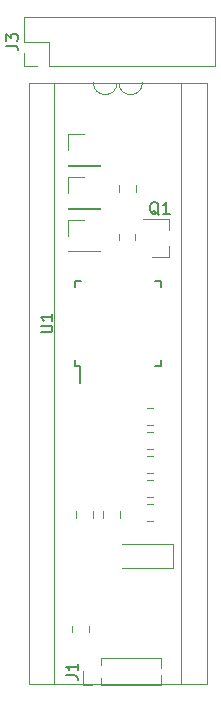
<source format=gbr>
G04 #@! TF.GenerationSoftware,KiCad,Pcbnew,(5.1.9)-1*
G04 #@! TF.CreationDate,2021-06-10T15:01:45-04:00*
G04 #@! TF.ProjectId,6526KernalSwitcherC,36353236-4b65-4726-9e61-6c5377697463,rev?*
G04 #@! TF.SameCoordinates,Original*
G04 #@! TF.FileFunction,Legend,Top*
G04 #@! TF.FilePolarity,Positive*
%FSLAX46Y46*%
G04 Gerber Fmt 4.6, Leading zero omitted, Abs format (unit mm)*
G04 Created by KiCad (PCBNEW (5.1.9)-1) date 2021-06-10 15:01:45*
%MOMM*%
%LPD*%
G01*
G04 APERTURE LIST*
%ADD10C,0.120000*%
%ADD11C,0.150000*%
G04 APERTURE END LIST*
D10*
X113140000Y-49470000D02*
X107680000Y-49470000D01*
X113140000Y-100390000D02*
X113140000Y-49470000D01*
X100220000Y-100390000D02*
X113140000Y-100390000D01*
X100220000Y-49470000D02*
X100220000Y-100390000D01*
X105680000Y-49470000D02*
X100220000Y-49470000D01*
X107680000Y-49470000D02*
G75*
G02*
X105680000Y-49470000I-1000000J0D01*
G01*
X110751252Y-82498000D02*
X110228748Y-82498000D01*
X110751252Y-81078000D02*
X110228748Y-81078000D01*
X110751252Y-79046000D02*
X110228748Y-79046000D01*
X110751252Y-80466000D02*
X110228748Y-80466000D01*
X110751252Y-78434000D02*
X110228748Y-78434000D01*
X110751252Y-77014000D02*
X110228748Y-77014000D01*
X106478000Y-85768548D02*
X106478000Y-86291052D01*
X107898000Y-85768548D02*
X107898000Y-86291052D01*
X108105000Y-90535000D02*
X112405000Y-90535000D01*
X112405000Y-90535000D02*
X112405000Y-88535000D01*
X112405000Y-88535000D02*
X108105000Y-88535000D01*
X111375500Y-100424000D02*
X111375500Y-99621530D01*
X111375500Y-99006470D02*
X111375500Y-98204000D01*
X106360500Y-100424000D02*
X111375500Y-100424000D01*
X106360500Y-98204000D02*
X111375500Y-98204000D01*
X106360500Y-100424000D02*
X106360500Y-99877471D01*
X106360500Y-98750529D02*
X106360500Y-98204000D01*
X105600500Y-100424000D02*
X104840500Y-100424000D01*
X104840500Y-100424000D02*
X104840500Y-99314000D01*
X103572000Y-57471000D02*
X104902000Y-57471000D01*
X103572000Y-58801000D02*
X103572000Y-57471000D01*
X103572000Y-60071000D02*
X106232000Y-60071000D01*
X106232000Y-60071000D02*
X106232000Y-60131000D01*
X103572000Y-60071000D02*
X103572000Y-60131000D01*
X103572000Y-60131000D02*
X106232000Y-60131000D01*
X103572000Y-56511500D02*
X106232000Y-56511500D01*
X103572000Y-56451500D02*
X103572000Y-56511500D01*
X106232000Y-56451500D02*
X106232000Y-56511500D01*
X103572000Y-56451500D02*
X106232000Y-56451500D01*
X103572000Y-55181500D02*
X103572000Y-53851500D01*
X103572000Y-53851500D02*
X104902000Y-53851500D01*
X103572000Y-63750500D02*
X106232000Y-63750500D01*
X103572000Y-63690500D02*
X103572000Y-63750500D01*
X106232000Y-63690500D02*
X106232000Y-63750500D01*
X103572000Y-63690500D02*
X106232000Y-63690500D01*
X103572000Y-62420500D02*
X103572000Y-61090500D01*
X103572000Y-61090500D02*
X104902000Y-61090500D01*
X112075500Y-64191000D02*
X112075500Y-63261000D01*
X112075500Y-61031000D02*
X112075500Y-61961000D01*
X112075500Y-61031000D02*
X109915500Y-61031000D01*
X112075500Y-64191000D02*
X110615500Y-64191000D01*
X110751252Y-83110000D02*
X110228748Y-83110000D01*
X110751252Y-84530000D02*
X110228748Y-84530000D01*
X105281800Y-95445948D02*
X105281800Y-95968452D01*
X103861800Y-95445948D02*
X103861800Y-95968452D01*
X105662800Y-86291052D02*
X105662800Y-85768548D01*
X104242800Y-86291052D02*
X104242800Y-85768548D01*
X110760252Y-86562000D02*
X110237748Y-86562000D01*
X110760252Y-85142000D02*
X110237748Y-85142000D01*
X109295000Y-58158748D02*
X109295000Y-58681252D01*
X107875000Y-58158748D02*
X107875000Y-58681252D01*
X107811500Y-62286248D02*
X107811500Y-62808752D01*
X109231500Y-62286248D02*
X109231500Y-62808752D01*
D11*
X104134500Y-73475000D02*
X104559500Y-73475000D01*
X104134500Y-66225000D02*
X104659500Y-66225000D01*
X111384500Y-66225000D02*
X110859500Y-66225000D01*
X111384500Y-73475000D02*
X110859500Y-73475000D01*
X104134500Y-73475000D02*
X104134500Y-72950000D01*
X111384500Y-73475000D02*
X111384500Y-72950000D01*
X111384500Y-66225000D02*
X111384500Y-66750000D01*
X104134500Y-66225000D02*
X104134500Y-66750000D01*
X104559500Y-73475000D02*
X104559500Y-74850000D01*
D10*
X107839000Y-49470000D02*
X102379000Y-49470000D01*
X102379000Y-49470000D02*
X102379000Y-100390000D01*
X102379000Y-100390000D02*
X115299000Y-100390000D01*
X115299000Y-100390000D02*
X115299000Y-49470000D01*
X115299000Y-49470000D02*
X109839000Y-49470000D01*
X109839000Y-49470000D02*
G75*
G02*
X107839000Y-49470000I-1000000J0D01*
G01*
X115961500Y-48050000D02*
X115961500Y-43930000D01*
X101901500Y-48050000D02*
X115961500Y-48050000D01*
X99841500Y-43930000D02*
X115961500Y-43930000D01*
X101901500Y-48050000D02*
X101901500Y-45990000D01*
X101901500Y-45990000D02*
X99841500Y-45990000D01*
X99841500Y-45990000D02*
X99841500Y-43930000D01*
X100901500Y-48050000D02*
X99841500Y-48050000D01*
X99841500Y-48050000D02*
X99841500Y-46990000D01*
D11*
X103357880Y-99647333D02*
X104072166Y-99647333D01*
X104215023Y-99694952D01*
X104310261Y-99790190D01*
X104357880Y-99933047D01*
X104357880Y-100028285D01*
X104357880Y-98647333D02*
X104357880Y-99218761D01*
X104357880Y-98933047D02*
X103357880Y-98933047D01*
X103500738Y-99028285D01*
X103595976Y-99123523D01*
X103643595Y-99218761D01*
X111220261Y-60658619D02*
X111125023Y-60611000D01*
X111029785Y-60515761D01*
X110886928Y-60372904D01*
X110791690Y-60325285D01*
X110696452Y-60325285D01*
X110744071Y-60563380D02*
X110648833Y-60515761D01*
X110553595Y-60420523D01*
X110505976Y-60230047D01*
X110505976Y-59896714D01*
X110553595Y-59706238D01*
X110648833Y-59611000D01*
X110744071Y-59563380D01*
X110934547Y-59563380D01*
X111029785Y-59611000D01*
X111125023Y-59706238D01*
X111172642Y-59896714D01*
X111172642Y-60230047D01*
X111125023Y-60420523D01*
X111029785Y-60515761D01*
X110934547Y-60563380D01*
X110744071Y-60563380D01*
X112125023Y-60563380D02*
X111553595Y-60563380D01*
X111839309Y-60563380D02*
X111839309Y-59563380D01*
X111744071Y-59706238D01*
X111648833Y-59801476D01*
X111553595Y-59849095D01*
X101211880Y-70611904D02*
X102021404Y-70611904D01*
X102116642Y-70564285D01*
X102164261Y-70516666D01*
X102211880Y-70421428D01*
X102211880Y-70230952D01*
X102164261Y-70135714D01*
X102116642Y-70088095D01*
X102021404Y-70040476D01*
X101211880Y-70040476D01*
X102211880Y-69040476D02*
X102211880Y-69611904D01*
X102211880Y-69326190D02*
X101211880Y-69326190D01*
X101354738Y-69421428D01*
X101449976Y-69516666D01*
X101497595Y-69611904D01*
X98293880Y-46323333D02*
X99008166Y-46323333D01*
X99151023Y-46370952D01*
X99246261Y-46466190D01*
X99293880Y-46609047D01*
X99293880Y-46704285D01*
X98293880Y-45942380D02*
X98293880Y-45323333D01*
X98674833Y-45656666D01*
X98674833Y-45513809D01*
X98722452Y-45418571D01*
X98770071Y-45370952D01*
X98865309Y-45323333D01*
X99103404Y-45323333D01*
X99198642Y-45370952D01*
X99246261Y-45418571D01*
X99293880Y-45513809D01*
X99293880Y-45799523D01*
X99246261Y-45894761D01*
X99198642Y-45942380D01*
M02*

</source>
